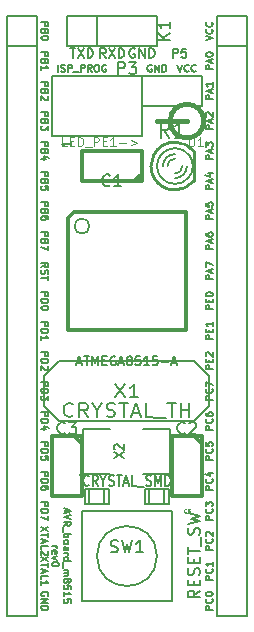
<source format=gto>
G04 (created by PCBNEW (2013-mar-13)-testing) date Wed 17 Sep 2014 03:38:06 PM PDT*
%MOIN*%
G04 Gerber Fmt 3.4, Leading zero omitted, Abs format*
%FSLAX34Y34*%
G01*
G70*
G90*
G04 APERTURE LIST*
%ADD10C,0.005906*%
%ADD11C,0.007874*%
%ADD12C,0.012000*%
%ADD13C,0.005000*%
%ADD14C,0.010000*%
%ADD15C,0.006000*%
%ADD16C,0.008000*%
%ADD17C,0.015000*%
%ADD18C,0.002400*%
%ADD19C,0.003500*%
%ADD20C,0.007500*%
G04 APERTURE END LIST*
G54D10*
X55201Y-28856D02*
X55201Y-28620D01*
X55302Y-28845D02*
X55336Y-28856D01*
X55392Y-28856D01*
X55415Y-28845D01*
X55426Y-28834D01*
X55437Y-28811D01*
X55437Y-28789D01*
X55426Y-28766D01*
X55415Y-28755D01*
X55392Y-28744D01*
X55347Y-28733D01*
X55325Y-28721D01*
X55313Y-28710D01*
X55302Y-28688D01*
X55302Y-28665D01*
X55313Y-28643D01*
X55325Y-28631D01*
X55347Y-28620D01*
X55403Y-28620D01*
X55437Y-28631D01*
X55538Y-28856D02*
X55538Y-28620D01*
X55628Y-28620D01*
X55651Y-28631D01*
X55662Y-28643D01*
X55673Y-28665D01*
X55673Y-28699D01*
X55662Y-28721D01*
X55651Y-28733D01*
X55628Y-28744D01*
X55538Y-28744D01*
X55718Y-28879D02*
X55898Y-28879D01*
X55955Y-28856D02*
X55955Y-28620D01*
X56044Y-28620D01*
X56067Y-28631D01*
X56078Y-28643D01*
X56089Y-28665D01*
X56089Y-28699D01*
X56078Y-28721D01*
X56067Y-28733D01*
X56044Y-28744D01*
X55955Y-28744D01*
X56326Y-28856D02*
X56247Y-28744D01*
X56191Y-28856D02*
X56191Y-28620D01*
X56281Y-28620D01*
X56303Y-28631D01*
X56314Y-28643D01*
X56326Y-28665D01*
X56326Y-28699D01*
X56314Y-28721D01*
X56303Y-28733D01*
X56281Y-28744D01*
X56191Y-28744D01*
X56472Y-28620D02*
X56517Y-28620D01*
X56539Y-28631D01*
X56562Y-28654D01*
X56573Y-28699D01*
X56573Y-28778D01*
X56562Y-28823D01*
X56539Y-28845D01*
X56517Y-28856D01*
X56472Y-28856D01*
X56449Y-28845D01*
X56427Y-28823D01*
X56416Y-28778D01*
X56416Y-28699D01*
X56427Y-28654D01*
X56449Y-28631D01*
X56472Y-28620D01*
X56798Y-28631D02*
X56776Y-28620D01*
X56742Y-28620D01*
X56708Y-28631D01*
X56686Y-28654D01*
X56674Y-28676D01*
X56663Y-28721D01*
X56663Y-28755D01*
X56674Y-28800D01*
X56686Y-28823D01*
X56708Y-28845D01*
X56742Y-28856D01*
X56764Y-28856D01*
X56798Y-28845D01*
X56809Y-28834D01*
X56809Y-28755D01*
X56764Y-28755D01*
X59185Y-28620D02*
X59263Y-28856D01*
X59342Y-28620D01*
X59556Y-28834D02*
X59544Y-28845D01*
X59511Y-28856D01*
X59488Y-28856D01*
X59455Y-28845D01*
X59432Y-28823D01*
X59421Y-28800D01*
X59410Y-28755D01*
X59410Y-28721D01*
X59421Y-28676D01*
X59432Y-28654D01*
X59455Y-28631D01*
X59488Y-28620D01*
X59511Y-28620D01*
X59544Y-28631D01*
X59556Y-28643D01*
X59792Y-28834D02*
X59781Y-28845D01*
X59747Y-28856D01*
X59724Y-28856D01*
X59691Y-28845D01*
X59668Y-28823D01*
X59657Y-28800D01*
X59646Y-28755D01*
X59646Y-28721D01*
X59657Y-28676D01*
X59668Y-28654D01*
X59691Y-28631D01*
X59724Y-28620D01*
X59747Y-28620D01*
X59781Y-28631D01*
X59792Y-28643D01*
X58320Y-28631D02*
X58297Y-28620D01*
X58263Y-28620D01*
X58230Y-28631D01*
X58207Y-28654D01*
X58196Y-28676D01*
X58185Y-28721D01*
X58185Y-28755D01*
X58196Y-28800D01*
X58207Y-28823D01*
X58230Y-28845D01*
X58263Y-28856D01*
X58286Y-28856D01*
X58320Y-28845D01*
X58331Y-28834D01*
X58331Y-28755D01*
X58286Y-28755D01*
X58432Y-28856D02*
X58432Y-28620D01*
X58567Y-28856D01*
X58567Y-28620D01*
X58679Y-28856D02*
X58679Y-28620D01*
X58736Y-28620D01*
X58769Y-28631D01*
X58792Y-28654D01*
X58803Y-28676D01*
X58814Y-28721D01*
X58814Y-28755D01*
X58803Y-28800D01*
X58792Y-28823D01*
X58769Y-28845D01*
X58736Y-28856D01*
X58679Y-28856D01*
X60356Y-46792D02*
X60120Y-46792D01*
X60120Y-46702D01*
X60131Y-46679D01*
X60143Y-46668D01*
X60165Y-46657D01*
X60199Y-46657D01*
X60221Y-46668D01*
X60233Y-46679D01*
X60244Y-46702D01*
X60244Y-46792D01*
X60334Y-46421D02*
X60345Y-46432D01*
X60356Y-46466D01*
X60356Y-46488D01*
X60345Y-46522D01*
X60323Y-46544D01*
X60300Y-46556D01*
X60255Y-46567D01*
X60221Y-46567D01*
X60176Y-46556D01*
X60154Y-46544D01*
X60131Y-46522D01*
X60120Y-46488D01*
X60120Y-46466D01*
X60131Y-46432D01*
X60143Y-46421D01*
X60120Y-46275D02*
X60120Y-46252D01*
X60131Y-46230D01*
X60143Y-46218D01*
X60165Y-46207D01*
X60210Y-46196D01*
X60266Y-46196D01*
X60311Y-46207D01*
X60334Y-46218D01*
X60345Y-46230D01*
X60356Y-46252D01*
X60356Y-46275D01*
X60345Y-46297D01*
X60334Y-46308D01*
X60311Y-46320D01*
X60266Y-46331D01*
X60210Y-46331D01*
X60165Y-46320D01*
X60143Y-46308D01*
X60131Y-46297D01*
X60120Y-46275D01*
X60356Y-45792D02*
X60120Y-45792D01*
X60120Y-45702D01*
X60131Y-45679D01*
X60143Y-45668D01*
X60165Y-45657D01*
X60199Y-45657D01*
X60221Y-45668D01*
X60233Y-45679D01*
X60244Y-45702D01*
X60244Y-45792D01*
X60334Y-45421D02*
X60345Y-45432D01*
X60356Y-45466D01*
X60356Y-45488D01*
X60345Y-45522D01*
X60323Y-45544D01*
X60300Y-45556D01*
X60255Y-45567D01*
X60221Y-45567D01*
X60176Y-45556D01*
X60154Y-45544D01*
X60131Y-45522D01*
X60120Y-45488D01*
X60120Y-45466D01*
X60131Y-45432D01*
X60143Y-45421D01*
X60356Y-45196D02*
X60356Y-45331D01*
X60356Y-45263D02*
X60120Y-45263D01*
X60154Y-45286D01*
X60176Y-45308D01*
X60188Y-45331D01*
X60356Y-44792D02*
X60120Y-44792D01*
X60120Y-44702D01*
X60131Y-44679D01*
X60143Y-44668D01*
X60165Y-44657D01*
X60199Y-44657D01*
X60221Y-44668D01*
X60233Y-44679D01*
X60244Y-44702D01*
X60244Y-44792D01*
X60334Y-44421D02*
X60345Y-44432D01*
X60356Y-44466D01*
X60356Y-44488D01*
X60345Y-44522D01*
X60323Y-44544D01*
X60300Y-44556D01*
X60255Y-44567D01*
X60221Y-44567D01*
X60176Y-44556D01*
X60154Y-44544D01*
X60131Y-44522D01*
X60120Y-44488D01*
X60120Y-44466D01*
X60131Y-44432D01*
X60143Y-44421D01*
X60143Y-44331D02*
X60131Y-44320D01*
X60120Y-44297D01*
X60120Y-44241D01*
X60131Y-44218D01*
X60143Y-44207D01*
X60165Y-44196D01*
X60188Y-44196D01*
X60221Y-44207D01*
X60356Y-44342D01*
X60356Y-44196D01*
X60356Y-43792D02*
X60120Y-43792D01*
X60120Y-43702D01*
X60131Y-43679D01*
X60143Y-43668D01*
X60165Y-43657D01*
X60199Y-43657D01*
X60221Y-43668D01*
X60233Y-43679D01*
X60244Y-43702D01*
X60244Y-43792D01*
X60334Y-43421D02*
X60345Y-43432D01*
X60356Y-43466D01*
X60356Y-43488D01*
X60345Y-43522D01*
X60323Y-43544D01*
X60300Y-43556D01*
X60255Y-43567D01*
X60221Y-43567D01*
X60176Y-43556D01*
X60154Y-43544D01*
X60131Y-43522D01*
X60120Y-43488D01*
X60120Y-43466D01*
X60131Y-43432D01*
X60143Y-43421D01*
X60120Y-43342D02*
X60120Y-43196D01*
X60210Y-43275D01*
X60210Y-43241D01*
X60221Y-43218D01*
X60233Y-43207D01*
X60255Y-43196D01*
X60311Y-43196D01*
X60334Y-43207D01*
X60345Y-43218D01*
X60356Y-43241D01*
X60356Y-43308D01*
X60345Y-43331D01*
X60334Y-43342D01*
X60356Y-42792D02*
X60120Y-42792D01*
X60120Y-42702D01*
X60131Y-42679D01*
X60143Y-42668D01*
X60165Y-42657D01*
X60199Y-42657D01*
X60221Y-42668D01*
X60233Y-42679D01*
X60244Y-42702D01*
X60244Y-42792D01*
X60334Y-42421D02*
X60345Y-42432D01*
X60356Y-42466D01*
X60356Y-42488D01*
X60345Y-42522D01*
X60323Y-42544D01*
X60300Y-42556D01*
X60255Y-42567D01*
X60221Y-42567D01*
X60176Y-42556D01*
X60154Y-42544D01*
X60131Y-42522D01*
X60120Y-42488D01*
X60120Y-42466D01*
X60131Y-42432D01*
X60143Y-42421D01*
X60199Y-42218D02*
X60356Y-42218D01*
X60109Y-42275D02*
X60278Y-42331D01*
X60278Y-42185D01*
X60356Y-41792D02*
X60120Y-41792D01*
X60120Y-41702D01*
X60131Y-41679D01*
X60143Y-41668D01*
X60165Y-41657D01*
X60199Y-41657D01*
X60221Y-41668D01*
X60233Y-41679D01*
X60244Y-41702D01*
X60244Y-41792D01*
X60334Y-41421D02*
X60345Y-41432D01*
X60356Y-41466D01*
X60356Y-41488D01*
X60345Y-41522D01*
X60323Y-41544D01*
X60300Y-41556D01*
X60255Y-41567D01*
X60221Y-41567D01*
X60176Y-41556D01*
X60154Y-41544D01*
X60131Y-41522D01*
X60120Y-41488D01*
X60120Y-41466D01*
X60131Y-41432D01*
X60143Y-41421D01*
X60120Y-41207D02*
X60120Y-41320D01*
X60233Y-41331D01*
X60221Y-41320D01*
X60210Y-41297D01*
X60210Y-41241D01*
X60221Y-41218D01*
X60233Y-41207D01*
X60255Y-41196D01*
X60311Y-41196D01*
X60334Y-41207D01*
X60345Y-41218D01*
X60356Y-41241D01*
X60356Y-41297D01*
X60345Y-41320D01*
X60334Y-41331D01*
X60356Y-40792D02*
X60120Y-40792D01*
X60120Y-40702D01*
X60131Y-40679D01*
X60143Y-40668D01*
X60165Y-40657D01*
X60199Y-40657D01*
X60221Y-40668D01*
X60233Y-40679D01*
X60244Y-40702D01*
X60244Y-40792D01*
X60334Y-40421D02*
X60345Y-40432D01*
X60356Y-40466D01*
X60356Y-40488D01*
X60345Y-40522D01*
X60323Y-40544D01*
X60300Y-40556D01*
X60255Y-40567D01*
X60221Y-40567D01*
X60176Y-40556D01*
X60154Y-40544D01*
X60131Y-40522D01*
X60120Y-40488D01*
X60120Y-40466D01*
X60131Y-40432D01*
X60143Y-40421D01*
X60120Y-40218D02*
X60120Y-40263D01*
X60131Y-40286D01*
X60143Y-40297D01*
X60176Y-40320D01*
X60221Y-40331D01*
X60311Y-40331D01*
X60334Y-40320D01*
X60345Y-40308D01*
X60356Y-40286D01*
X60356Y-40241D01*
X60345Y-40218D01*
X60334Y-40207D01*
X60311Y-40196D01*
X60255Y-40196D01*
X60233Y-40207D01*
X60221Y-40218D01*
X60210Y-40241D01*
X60210Y-40286D01*
X60221Y-40308D01*
X60233Y-40320D01*
X60255Y-40331D01*
X60356Y-39792D02*
X60120Y-39792D01*
X60120Y-39702D01*
X60131Y-39679D01*
X60143Y-39668D01*
X60165Y-39657D01*
X60199Y-39657D01*
X60221Y-39668D01*
X60233Y-39679D01*
X60244Y-39702D01*
X60244Y-39792D01*
X60334Y-39421D02*
X60345Y-39432D01*
X60356Y-39466D01*
X60356Y-39488D01*
X60345Y-39522D01*
X60323Y-39544D01*
X60300Y-39556D01*
X60255Y-39567D01*
X60221Y-39567D01*
X60176Y-39556D01*
X60154Y-39544D01*
X60131Y-39522D01*
X60120Y-39488D01*
X60120Y-39466D01*
X60131Y-39432D01*
X60143Y-39421D01*
X60120Y-39342D02*
X60120Y-39185D01*
X60356Y-39286D01*
X60356Y-38781D02*
X60120Y-38781D01*
X60120Y-38691D01*
X60131Y-38668D01*
X60143Y-38657D01*
X60165Y-38646D01*
X60199Y-38646D01*
X60221Y-38657D01*
X60233Y-38668D01*
X60244Y-38691D01*
X60244Y-38781D01*
X60233Y-38544D02*
X60233Y-38466D01*
X60356Y-38432D02*
X60356Y-38544D01*
X60120Y-38544D01*
X60120Y-38432D01*
X60143Y-38342D02*
X60131Y-38331D01*
X60120Y-38308D01*
X60120Y-38252D01*
X60131Y-38230D01*
X60143Y-38218D01*
X60165Y-38207D01*
X60188Y-38207D01*
X60221Y-38218D01*
X60356Y-38353D01*
X60356Y-38207D01*
X60356Y-37781D02*
X60120Y-37781D01*
X60120Y-37691D01*
X60131Y-37668D01*
X60143Y-37657D01*
X60165Y-37646D01*
X60199Y-37646D01*
X60221Y-37657D01*
X60233Y-37668D01*
X60244Y-37691D01*
X60244Y-37781D01*
X60233Y-37544D02*
X60233Y-37466D01*
X60356Y-37432D02*
X60356Y-37544D01*
X60120Y-37544D01*
X60120Y-37432D01*
X60356Y-37207D02*
X60356Y-37342D01*
X60356Y-37275D02*
X60120Y-37275D01*
X60154Y-37297D01*
X60176Y-37320D01*
X60188Y-37342D01*
X60356Y-36781D02*
X60120Y-36781D01*
X60120Y-36691D01*
X60131Y-36668D01*
X60143Y-36657D01*
X60165Y-36646D01*
X60199Y-36646D01*
X60221Y-36657D01*
X60233Y-36668D01*
X60244Y-36691D01*
X60244Y-36781D01*
X60233Y-36544D02*
X60233Y-36466D01*
X60356Y-36432D02*
X60356Y-36544D01*
X60120Y-36544D01*
X60120Y-36432D01*
X60120Y-36286D02*
X60120Y-36263D01*
X60131Y-36241D01*
X60143Y-36230D01*
X60165Y-36218D01*
X60210Y-36207D01*
X60266Y-36207D01*
X60311Y-36218D01*
X60334Y-36230D01*
X60345Y-36241D01*
X60356Y-36263D01*
X60356Y-36286D01*
X60345Y-36308D01*
X60334Y-36320D01*
X60311Y-36331D01*
X60266Y-36342D01*
X60210Y-36342D01*
X60165Y-36331D01*
X60143Y-36320D01*
X60131Y-36308D01*
X60120Y-36286D01*
X60356Y-35775D02*
X60120Y-35775D01*
X60120Y-35685D01*
X60131Y-35663D01*
X60143Y-35651D01*
X60165Y-35640D01*
X60199Y-35640D01*
X60221Y-35651D01*
X60233Y-35663D01*
X60244Y-35685D01*
X60244Y-35775D01*
X60289Y-35550D02*
X60289Y-35438D01*
X60356Y-35573D02*
X60120Y-35494D01*
X60356Y-35415D01*
X60120Y-35359D02*
X60120Y-35201D01*
X60356Y-35303D01*
X60356Y-34775D02*
X60120Y-34775D01*
X60120Y-34685D01*
X60131Y-34663D01*
X60143Y-34651D01*
X60165Y-34640D01*
X60199Y-34640D01*
X60221Y-34651D01*
X60233Y-34663D01*
X60244Y-34685D01*
X60244Y-34775D01*
X60289Y-34550D02*
X60289Y-34438D01*
X60356Y-34573D02*
X60120Y-34494D01*
X60356Y-34415D01*
X60120Y-34235D02*
X60120Y-34280D01*
X60131Y-34303D01*
X60143Y-34314D01*
X60176Y-34336D01*
X60221Y-34348D01*
X60311Y-34348D01*
X60334Y-34336D01*
X60345Y-34325D01*
X60356Y-34303D01*
X60356Y-34258D01*
X60345Y-34235D01*
X60334Y-34224D01*
X60311Y-34213D01*
X60255Y-34213D01*
X60233Y-34224D01*
X60221Y-34235D01*
X60210Y-34258D01*
X60210Y-34303D01*
X60221Y-34325D01*
X60233Y-34336D01*
X60255Y-34348D01*
X60356Y-33775D02*
X60120Y-33775D01*
X60120Y-33685D01*
X60131Y-33663D01*
X60143Y-33651D01*
X60165Y-33640D01*
X60199Y-33640D01*
X60221Y-33651D01*
X60233Y-33663D01*
X60244Y-33685D01*
X60244Y-33775D01*
X60289Y-33550D02*
X60289Y-33438D01*
X60356Y-33573D02*
X60120Y-33494D01*
X60356Y-33415D01*
X60120Y-33224D02*
X60120Y-33336D01*
X60233Y-33348D01*
X60221Y-33336D01*
X60210Y-33314D01*
X60210Y-33258D01*
X60221Y-33235D01*
X60233Y-33224D01*
X60255Y-33213D01*
X60311Y-33213D01*
X60334Y-33224D01*
X60345Y-33235D01*
X60356Y-33258D01*
X60356Y-33314D01*
X60345Y-33336D01*
X60334Y-33348D01*
X60356Y-32775D02*
X60120Y-32775D01*
X60120Y-32685D01*
X60131Y-32663D01*
X60143Y-32651D01*
X60165Y-32640D01*
X60199Y-32640D01*
X60221Y-32651D01*
X60233Y-32663D01*
X60244Y-32685D01*
X60244Y-32775D01*
X60289Y-32550D02*
X60289Y-32438D01*
X60356Y-32573D02*
X60120Y-32494D01*
X60356Y-32415D01*
X60199Y-32235D02*
X60356Y-32235D01*
X60109Y-32291D02*
X60278Y-32348D01*
X60278Y-32201D01*
X60356Y-31775D02*
X60120Y-31775D01*
X60120Y-31685D01*
X60131Y-31663D01*
X60143Y-31651D01*
X60165Y-31640D01*
X60199Y-31640D01*
X60221Y-31651D01*
X60233Y-31663D01*
X60244Y-31685D01*
X60244Y-31775D01*
X60289Y-31550D02*
X60289Y-31438D01*
X60356Y-31573D02*
X60120Y-31494D01*
X60356Y-31415D01*
X60120Y-31359D02*
X60120Y-31213D01*
X60210Y-31291D01*
X60210Y-31258D01*
X60221Y-31235D01*
X60233Y-31224D01*
X60255Y-31213D01*
X60311Y-31213D01*
X60334Y-31224D01*
X60345Y-31235D01*
X60356Y-31258D01*
X60356Y-31325D01*
X60345Y-31348D01*
X60334Y-31359D01*
X60356Y-30775D02*
X60120Y-30775D01*
X60120Y-30685D01*
X60131Y-30663D01*
X60143Y-30651D01*
X60165Y-30640D01*
X60199Y-30640D01*
X60221Y-30651D01*
X60233Y-30663D01*
X60244Y-30685D01*
X60244Y-30775D01*
X60289Y-30550D02*
X60289Y-30438D01*
X60356Y-30573D02*
X60120Y-30494D01*
X60356Y-30415D01*
X60143Y-30348D02*
X60131Y-30336D01*
X60120Y-30314D01*
X60120Y-30258D01*
X60131Y-30235D01*
X60143Y-30224D01*
X60165Y-30213D01*
X60188Y-30213D01*
X60221Y-30224D01*
X60356Y-30359D01*
X60356Y-30213D01*
X60356Y-29775D02*
X60120Y-29775D01*
X60120Y-29685D01*
X60131Y-29663D01*
X60143Y-29651D01*
X60165Y-29640D01*
X60199Y-29640D01*
X60221Y-29651D01*
X60233Y-29663D01*
X60244Y-29685D01*
X60244Y-29775D01*
X60289Y-29550D02*
X60289Y-29438D01*
X60356Y-29573D02*
X60120Y-29494D01*
X60356Y-29415D01*
X60356Y-29213D02*
X60356Y-29348D01*
X60356Y-29280D02*
X60120Y-29280D01*
X60154Y-29303D01*
X60176Y-29325D01*
X60188Y-29348D01*
X60356Y-28775D02*
X60120Y-28775D01*
X60120Y-28685D01*
X60131Y-28663D01*
X60143Y-28651D01*
X60165Y-28640D01*
X60199Y-28640D01*
X60221Y-28651D01*
X60233Y-28663D01*
X60244Y-28685D01*
X60244Y-28775D01*
X60289Y-28550D02*
X60289Y-28438D01*
X60356Y-28573D02*
X60120Y-28494D01*
X60356Y-28415D01*
X60120Y-28291D02*
X60120Y-28269D01*
X60131Y-28246D01*
X60143Y-28235D01*
X60165Y-28224D01*
X60210Y-28213D01*
X60266Y-28213D01*
X60311Y-28224D01*
X60334Y-28235D01*
X60345Y-28246D01*
X60356Y-28269D01*
X60356Y-28291D01*
X60345Y-28314D01*
X60334Y-28325D01*
X60311Y-28336D01*
X60266Y-28348D01*
X60210Y-28348D01*
X60165Y-28336D01*
X60143Y-28325D01*
X60131Y-28314D01*
X60120Y-28291D01*
X60120Y-27814D02*
X60356Y-27736D01*
X60120Y-27657D01*
X60334Y-27443D02*
X60345Y-27455D01*
X60356Y-27488D01*
X60356Y-27511D01*
X60345Y-27544D01*
X60323Y-27567D01*
X60300Y-27578D01*
X60255Y-27589D01*
X60221Y-27589D01*
X60176Y-27578D01*
X60154Y-27567D01*
X60131Y-27544D01*
X60120Y-27511D01*
X60120Y-27488D01*
X60131Y-27455D01*
X60143Y-27443D01*
X60334Y-27207D02*
X60345Y-27218D01*
X60356Y-27252D01*
X60356Y-27275D01*
X60345Y-27308D01*
X60323Y-27331D01*
X60300Y-27342D01*
X60255Y-27353D01*
X60221Y-27353D01*
X60176Y-27342D01*
X60154Y-27331D01*
X60131Y-27308D01*
X60120Y-27275D01*
X60120Y-27252D01*
X60131Y-27218D01*
X60143Y-27207D01*
X54868Y-46320D02*
X54879Y-46297D01*
X54879Y-46263D01*
X54868Y-46230D01*
X54845Y-46207D01*
X54823Y-46196D01*
X54778Y-46185D01*
X54744Y-46185D01*
X54699Y-46196D01*
X54676Y-46207D01*
X54654Y-46230D01*
X54643Y-46263D01*
X54643Y-46286D01*
X54654Y-46320D01*
X54665Y-46331D01*
X54744Y-46331D01*
X54744Y-46286D01*
X54643Y-46432D02*
X54879Y-46432D01*
X54643Y-46567D01*
X54879Y-46567D01*
X54643Y-46679D02*
X54879Y-46679D01*
X54879Y-46736D01*
X54868Y-46769D01*
X54845Y-46792D01*
X54823Y-46803D01*
X54778Y-46814D01*
X54744Y-46814D01*
X54699Y-46803D01*
X54676Y-46792D01*
X54654Y-46769D01*
X54643Y-46736D01*
X54643Y-46679D01*
X54879Y-45021D02*
X54643Y-45179D01*
X54879Y-45179D02*
X54643Y-45021D01*
X54879Y-45235D02*
X54879Y-45370D01*
X54643Y-45303D02*
X54879Y-45303D01*
X54710Y-45438D02*
X54710Y-45550D01*
X54643Y-45415D02*
X54879Y-45494D01*
X54643Y-45573D01*
X54643Y-45764D02*
X54643Y-45651D01*
X54879Y-45651D01*
X54643Y-45966D02*
X54643Y-45831D01*
X54643Y-45899D02*
X54879Y-45899D01*
X54845Y-45876D01*
X54823Y-45854D01*
X54811Y-45831D01*
X54879Y-44021D02*
X54643Y-44179D01*
X54879Y-44179D02*
X54643Y-44021D01*
X54879Y-44235D02*
X54879Y-44370D01*
X54643Y-44303D02*
X54879Y-44303D01*
X54710Y-44438D02*
X54710Y-44550D01*
X54643Y-44415D02*
X54879Y-44494D01*
X54643Y-44573D01*
X54643Y-44764D02*
X54643Y-44651D01*
X54879Y-44651D01*
X54856Y-44831D02*
X54868Y-44843D01*
X54879Y-44865D01*
X54879Y-44921D01*
X54868Y-44944D01*
X54856Y-44955D01*
X54834Y-44966D01*
X54811Y-44966D01*
X54778Y-44955D01*
X54643Y-44820D01*
X54643Y-44966D01*
X54643Y-43207D02*
X54879Y-43207D01*
X54879Y-43297D01*
X54868Y-43320D01*
X54856Y-43331D01*
X54834Y-43342D01*
X54800Y-43342D01*
X54778Y-43331D01*
X54766Y-43320D01*
X54755Y-43297D01*
X54755Y-43207D01*
X54643Y-43443D02*
X54879Y-43443D01*
X54879Y-43500D01*
X54868Y-43533D01*
X54845Y-43556D01*
X54823Y-43567D01*
X54778Y-43578D01*
X54744Y-43578D01*
X54699Y-43567D01*
X54676Y-43556D01*
X54654Y-43533D01*
X54643Y-43500D01*
X54643Y-43443D01*
X54879Y-43657D02*
X54879Y-43814D01*
X54643Y-43713D01*
X54643Y-42207D02*
X54879Y-42207D01*
X54879Y-42297D01*
X54868Y-42320D01*
X54856Y-42331D01*
X54834Y-42342D01*
X54800Y-42342D01*
X54778Y-42331D01*
X54766Y-42320D01*
X54755Y-42297D01*
X54755Y-42207D01*
X54643Y-42443D02*
X54879Y-42443D01*
X54879Y-42500D01*
X54868Y-42533D01*
X54845Y-42556D01*
X54823Y-42567D01*
X54778Y-42578D01*
X54744Y-42578D01*
X54699Y-42567D01*
X54676Y-42556D01*
X54654Y-42533D01*
X54643Y-42500D01*
X54643Y-42443D01*
X54879Y-42781D02*
X54879Y-42736D01*
X54868Y-42713D01*
X54856Y-42702D01*
X54823Y-42679D01*
X54778Y-42668D01*
X54688Y-42668D01*
X54665Y-42679D01*
X54654Y-42691D01*
X54643Y-42713D01*
X54643Y-42758D01*
X54654Y-42781D01*
X54665Y-42792D01*
X54688Y-42803D01*
X54744Y-42803D01*
X54766Y-42792D01*
X54778Y-42781D01*
X54789Y-42758D01*
X54789Y-42713D01*
X54778Y-42691D01*
X54766Y-42679D01*
X54744Y-42668D01*
X54643Y-41207D02*
X54879Y-41207D01*
X54879Y-41297D01*
X54868Y-41320D01*
X54856Y-41331D01*
X54834Y-41342D01*
X54800Y-41342D01*
X54778Y-41331D01*
X54766Y-41320D01*
X54755Y-41297D01*
X54755Y-41207D01*
X54643Y-41443D02*
X54879Y-41443D01*
X54879Y-41500D01*
X54868Y-41533D01*
X54845Y-41556D01*
X54823Y-41567D01*
X54778Y-41578D01*
X54744Y-41578D01*
X54699Y-41567D01*
X54676Y-41556D01*
X54654Y-41533D01*
X54643Y-41500D01*
X54643Y-41443D01*
X54879Y-41792D02*
X54879Y-41679D01*
X54766Y-41668D01*
X54778Y-41679D01*
X54789Y-41702D01*
X54789Y-41758D01*
X54778Y-41781D01*
X54766Y-41792D01*
X54744Y-41803D01*
X54688Y-41803D01*
X54665Y-41792D01*
X54654Y-41781D01*
X54643Y-41758D01*
X54643Y-41702D01*
X54654Y-41679D01*
X54665Y-41668D01*
X54643Y-40207D02*
X54879Y-40207D01*
X54879Y-40297D01*
X54868Y-40320D01*
X54856Y-40331D01*
X54834Y-40342D01*
X54800Y-40342D01*
X54778Y-40331D01*
X54766Y-40320D01*
X54755Y-40297D01*
X54755Y-40207D01*
X54643Y-40443D02*
X54879Y-40443D01*
X54879Y-40500D01*
X54868Y-40533D01*
X54845Y-40556D01*
X54823Y-40567D01*
X54778Y-40578D01*
X54744Y-40578D01*
X54699Y-40567D01*
X54676Y-40556D01*
X54654Y-40533D01*
X54643Y-40500D01*
X54643Y-40443D01*
X54800Y-40781D02*
X54643Y-40781D01*
X54890Y-40724D02*
X54721Y-40668D01*
X54721Y-40814D01*
X54643Y-39207D02*
X54879Y-39207D01*
X54879Y-39297D01*
X54868Y-39320D01*
X54856Y-39331D01*
X54834Y-39342D01*
X54800Y-39342D01*
X54778Y-39331D01*
X54766Y-39320D01*
X54755Y-39297D01*
X54755Y-39207D01*
X54643Y-39443D02*
X54879Y-39443D01*
X54879Y-39500D01*
X54868Y-39533D01*
X54845Y-39556D01*
X54823Y-39567D01*
X54778Y-39578D01*
X54744Y-39578D01*
X54699Y-39567D01*
X54676Y-39556D01*
X54654Y-39533D01*
X54643Y-39500D01*
X54643Y-39443D01*
X54879Y-39657D02*
X54879Y-39803D01*
X54789Y-39724D01*
X54789Y-39758D01*
X54778Y-39781D01*
X54766Y-39792D01*
X54744Y-39803D01*
X54688Y-39803D01*
X54665Y-39792D01*
X54654Y-39781D01*
X54643Y-39758D01*
X54643Y-39691D01*
X54654Y-39668D01*
X54665Y-39657D01*
X54643Y-38207D02*
X54879Y-38207D01*
X54879Y-38297D01*
X54868Y-38320D01*
X54856Y-38331D01*
X54834Y-38342D01*
X54800Y-38342D01*
X54778Y-38331D01*
X54766Y-38320D01*
X54755Y-38297D01*
X54755Y-38207D01*
X54643Y-38443D02*
X54879Y-38443D01*
X54879Y-38500D01*
X54868Y-38533D01*
X54845Y-38556D01*
X54823Y-38567D01*
X54778Y-38578D01*
X54744Y-38578D01*
X54699Y-38567D01*
X54676Y-38556D01*
X54654Y-38533D01*
X54643Y-38500D01*
X54643Y-38443D01*
X54856Y-38668D02*
X54868Y-38679D01*
X54879Y-38702D01*
X54879Y-38758D01*
X54868Y-38781D01*
X54856Y-38792D01*
X54834Y-38803D01*
X54811Y-38803D01*
X54778Y-38792D01*
X54643Y-38657D01*
X54643Y-38803D01*
X54643Y-37207D02*
X54879Y-37207D01*
X54879Y-37297D01*
X54868Y-37320D01*
X54856Y-37331D01*
X54834Y-37342D01*
X54800Y-37342D01*
X54778Y-37331D01*
X54766Y-37320D01*
X54755Y-37297D01*
X54755Y-37207D01*
X54643Y-37443D02*
X54879Y-37443D01*
X54879Y-37500D01*
X54868Y-37533D01*
X54845Y-37556D01*
X54823Y-37567D01*
X54778Y-37578D01*
X54744Y-37578D01*
X54699Y-37567D01*
X54676Y-37556D01*
X54654Y-37533D01*
X54643Y-37500D01*
X54643Y-37443D01*
X54643Y-37803D02*
X54643Y-37668D01*
X54643Y-37736D02*
X54879Y-37736D01*
X54845Y-37713D01*
X54823Y-37691D01*
X54811Y-37668D01*
X54643Y-36207D02*
X54879Y-36207D01*
X54879Y-36297D01*
X54868Y-36320D01*
X54856Y-36331D01*
X54834Y-36342D01*
X54800Y-36342D01*
X54778Y-36331D01*
X54766Y-36320D01*
X54755Y-36297D01*
X54755Y-36207D01*
X54643Y-36443D02*
X54879Y-36443D01*
X54879Y-36500D01*
X54868Y-36533D01*
X54845Y-36556D01*
X54823Y-36567D01*
X54778Y-36578D01*
X54744Y-36578D01*
X54699Y-36567D01*
X54676Y-36556D01*
X54654Y-36533D01*
X54643Y-36500D01*
X54643Y-36443D01*
X54879Y-36724D02*
X54879Y-36747D01*
X54868Y-36769D01*
X54856Y-36781D01*
X54834Y-36792D01*
X54789Y-36803D01*
X54733Y-36803D01*
X54688Y-36792D01*
X54665Y-36781D01*
X54654Y-36769D01*
X54643Y-36747D01*
X54643Y-36724D01*
X54654Y-36702D01*
X54665Y-36691D01*
X54688Y-36679D01*
X54733Y-36668D01*
X54789Y-36668D01*
X54834Y-36679D01*
X54856Y-36691D01*
X54868Y-36702D01*
X54879Y-36724D01*
X54643Y-35370D02*
X54755Y-35291D01*
X54643Y-35235D02*
X54879Y-35235D01*
X54879Y-35325D01*
X54868Y-35348D01*
X54856Y-35359D01*
X54834Y-35370D01*
X54800Y-35370D01*
X54778Y-35359D01*
X54766Y-35348D01*
X54755Y-35325D01*
X54755Y-35235D01*
X54654Y-35460D02*
X54643Y-35494D01*
X54643Y-35550D01*
X54654Y-35573D01*
X54665Y-35584D01*
X54688Y-35595D01*
X54710Y-35595D01*
X54733Y-35584D01*
X54744Y-35573D01*
X54755Y-35550D01*
X54766Y-35505D01*
X54778Y-35483D01*
X54789Y-35471D01*
X54811Y-35460D01*
X54834Y-35460D01*
X54856Y-35471D01*
X54868Y-35483D01*
X54879Y-35505D01*
X54879Y-35561D01*
X54868Y-35595D01*
X54879Y-35663D02*
X54879Y-35798D01*
X54643Y-35730D02*
X54879Y-35730D01*
X54643Y-34207D02*
X54879Y-34207D01*
X54879Y-34297D01*
X54868Y-34320D01*
X54856Y-34331D01*
X54834Y-34342D01*
X54800Y-34342D01*
X54778Y-34331D01*
X54766Y-34320D01*
X54755Y-34297D01*
X54755Y-34207D01*
X54766Y-34522D02*
X54755Y-34556D01*
X54744Y-34567D01*
X54721Y-34578D01*
X54688Y-34578D01*
X54665Y-34567D01*
X54654Y-34556D01*
X54643Y-34533D01*
X54643Y-34443D01*
X54879Y-34443D01*
X54879Y-34522D01*
X54868Y-34544D01*
X54856Y-34556D01*
X54834Y-34567D01*
X54811Y-34567D01*
X54789Y-34556D01*
X54778Y-34544D01*
X54766Y-34522D01*
X54766Y-34443D01*
X54879Y-34657D02*
X54879Y-34814D01*
X54643Y-34713D01*
X54643Y-33207D02*
X54879Y-33207D01*
X54879Y-33297D01*
X54868Y-33320D01*
X54856Y-33331D01*
X54834Y-33342D01*
X54800Y-33342D01*
X54778Y-33331D01*
X54766Y-33320D01*
X54755Y-33297D01*
X54755Y-33207D01*
X54766Y-33522D02*
X54755Y-33556D01*
X54744Y-33567D01*
X54721Y-33578D01*
X54688Y-33578D01*
X54665Y-33567D01*
X54654Y-33556D01*
X54643Y-33533D01*
X54643Y-33443D01*
X54879Y-33443D01*
X54879Y-33522D01*
X54868Y-33544D01*
X54856Y-33556D01*
X54834Y-33567D01*
X54811Y-33567D01*
X54789Y-33556D01*
X54778Y-33544D01*
X54766Y-33522D01*
X54766Y-33443D01*
X54879Y-33781D02*
X54879Y-33736D01*
X54868Y-33713D01*
X54856Y-33702D01*
X54823Y-33679D01*
X54778Y-33668D01*
X54688Y-33668D01*
X54665Y-33679D01*
X54654Y-33691D01*
X54643Y-33713D01*
X54643Y-33758D01*
X54654Y-33781D01*
X54665Y-33792D01*
X54688Y-33803D01*
X54744Y-33803D01*
X54766Y-33792D01*
X54778Y-33781D01*
X54789Y-33758D01*
X54789Y-33713D01*
X54778Y-33691D01*
X54766Y-33679D01*
X54744Y-33668D01*
X54643Y-32207D02*
X54879Y-32207D01*
X54879Y-32297D01*
X54868Y-32320D01*
X54856Y-32331D01*
X54834Y-32342D01*
X54800Y-32342D01*
X54778Y-32331D01*
X54766Y-32320D01*
X54755Y-32297D01*
X54755Y-32207D01*
X54766Y-32522D02*
X54755Y-32556D01*
X54744Y-32567D01*
X54721Y-32578D01*
X54688Y-32578D01*
X54665Y-32567D01*
X54654Y-32556D01*
X54643Y-32533D01*
X54643Y-32443D01*
X54879Y-32443D01*
X54879Y-32522D01*
X54868Y-32544D01*
X54856Y-32556D01*
X54834Y-32567D01*
X54811Y-32567D01*
X54789Y-32556D01*
X54778Y-32544D01*
X54766Y-32522D01*
X54766Y-32443D01*
X54879Y-32792D02*
X54879Y-32679D01*
X54766Y-32668D01*
X54778Y-32679D01*
X54789Y-32702D01*
X54789Y-32758D01*
X54778Y-32781D01*
X54766Y-32792D01*
X54744Y-32803D01*
X54688Y-32803D01*
X54665Y-32792D01*
X54654Y-32781D01*
X54643Y-32758D01*
X54643Y-32702D01*
X54654Y-32679D01*
X54665Y-32668D01*
X54643Y-31207D02*
X54879Y-31207D01*
X54879Y-31297D01*
X54868Y-31320D01*
X54856Y-31331D01*
X54834Y-31342D01*
X54800Y-31342D01*
X54778Y-31331D01*
X54766Y-31320D01*
X54755Y-31297D01*
X54755Y-31207D01*
X54766Y-31522D02*
X54755Y-31556D01*
X54744Y-31567D01*
X54721Y-31578D01*
X54688Y-31578D01*
X54665Y-31567D01*
X54654Y-31556D01*
X54643Y-31533D01*
X54643Y-31443D01*
X54879Y-31443D01*
X54879Y-31522D01*
X54868Y-31544D01*
X54856Y-31556D01*
X54834Y-31567D01*
X54811Y-31567D01*
X54789Y-31556D01*
X54778Y-31544D01*
X54766Y-31522D01*
X54766Y-31443D01*
X54800Y-31781D02*
X54643Y-31781D01*
X54890Y-31724D02*
X54721Y-31668D01*
X54721Y-31814D01*
X54643Y-30207D02*
X54879Y-30207D01*
X54879Y-30297D01*
X54868Y-30320D01*
X54856Y-30331D01*
X54834Y-30342D01*
X54800Y-30342D01*
X54778Y-30331D01*
X54766Y-30320D01*
X54755Y-30297D01*
X54755Y-30207D01*
X54766Y-30522D02*
X54755Y-30556D01*
X54744Y-30567D01*
X54721Y-30578D01*
X54688Y-30578D01*
X54665Y-30567D01*
X54654Y-30556D01*
X54643Y-30533D01*
X54643Y-30443D01*
X54879Y-30443D01*
X54879Y-30522D01*
X54868Y-30544D01*
X54856Y-30556D01*
X54834Y-30567D01*
X54811Y-30567D01*
X54789Y-30556D01*
X54778Y-30544D01*
X54766Y-30522D01*
X54766Y-30443D01*
X54879Y-30657D02*
X54879Y-30803D01*
X54789Y-30724D01*
X54789Y-30758D01*
X54778Y-30781D01*
X54766Y-30792D01*
X54744Y-30803D01*
X54688Y-30803D01*
X54665Y-30792D01*
X54654Y-30781D01*
X54643Y-30758D01*
X54643Y-30691D01*
X54654Y-30668D01*
X54665Y-30657D01*
X54643Y-29207D02*
X54879Y-29207D01*
X54879Y-29297D01*
X54868Y-29320D01*
X54856Y-29331D01*
X54834Y-29342D01*
X54800Y-29342D01*
X54778Y-29331D01*
X54766Y-29320D01*
X54755Y-29297D01*
X54755Y-29207D01*
X54766Y-29522D02*
X54755Y-29556D01*
X54744Y-29567D01*
X54721Y-29578D01*
X54688Y-29578D01*
X54665Y-29567D01*
X54654Y-29556D01*
X54643Y-29533D01*
X54643Y-29443D01*
X54879Y-29443D01*
X54879Y-29522D01*
X54868Y-29544D01*
X54856Y-29556D01*
X54834Y-29567D01*
X54811Y-29567D01*
X54789Y-29556D01*
X54778Y-29544D01*
X54766Y-29522D01*
X54766Y-29443D01*
X54856Y-29668D02*
X54868Y-29679D01*
X54879Y-29702D01*
X54879Y-29758D01*
X54868Y-29781D01*
X54856Y-29792D01*
X54834Y-29803D01*
X54811Y-29803D01*
X54778Y-29792D01*
X54643Y-29657D01*
X54643Y-29803D01*
X54643Y-28207D02*
X54879Y-28207D01*
X54879Y-28297D01*
X54868Y-28320D01*
X54856Y-28331D01*
X54834Y-28342D01*
X54800Y-28342D01*
X54778Y-28331D01*
X54766Y-28320D01*
X54755Y-28297D01*
X54755Y-28207D01*
X54766Y-28522D02*
X54755Y-28556D01*
X54744Y-28567D01*
X54721Y-28578D01*
X54688Y-28578D01*
X54665Y-28567D01*
X54654Y-28556D01*
X54643Y-28533D01*
X54643Y-28443D01*
X54879Y-28443D01*
X54879Y-28522D01*
X54868Y-28544D01*
X54856Y-28556D01*
X54834Y-28567D01*
X54811Y-28567D01*
X54789Y-28556D01*
X54778Y-28544D01*
X54766Y-28522D01*
X54766Y-28443D01*
X54643Y-28803D02*
X54643Y-28668D01*
X54643Y-28736D02*
X54879Y-28736D01*
X54845Y-28713D01*
X54823Y-28691D01*
X54811Y-28668D01*
X54643Y-27207D02*
X54879Y-27207D01*
X54879Y-27297D01*
X54868Y-27320D01*
X54856Y-27331D01*
X54834Y-27342D01*
X54800Y-27342D01*
X54778Y-27331D01*
X54766Y-27320D01*
X54755Y-27297D01*
X54755Y-27207D01*
X54766Y-27522D02*
X54755Y-27556D01*
X54744Y-27567D01*
X54721Y-27578D01*
X54688Y-27578D01*
X54665Y-27567D01*
X54654Y-27556D01*
X54643Y-27533D01*
X54643Y-27443D01*
X54879Y-27443D01*
X54879Y-27522D01*
X54868Y-27544D01*
X54856Y-27556D01*
X54834Y-27567D01*
X54811Y-27567D01*
X54789Y-27556D01*
X54778Y-27544D01*
X54766Y-27522D01*
X54766Y-27443D01*
X54879Y-27724D02*
X54879Y-27747D01*
X54868Y-27769D01*
X54856Y-27781D01*
X54834Y-27792D01*
X54789Y-27803D01*
X54733Y-27803D01*
X54688Y-27792D01*
X54665Y-27781D01*
X54654Y-27769D01*
X54643Y-27747D01*
X54643Y-27724D01*
X54654Y-27702D01*
X54665Y-27691D01*
X54688Y-27679D01*
X54733Y-27668D01*
X54789Y-27668D01*
X54834Y-27679D01*
X54856Y-27691D01*
X54868Y-27702D01*
X54879Y-27724D01*
X55460Y-43436D02*
X55460Y-43548D01*
X55393Y-43413D02*
X55629Y-43492D01*
X55393Y-43571D01*
X55629Y-43616D02*
X55393Y-43695D01*
X55629Y-43773D01*
X55393Y-43987D02*
X55505Y-43908D01*
X55393Y-43852D02*
X55629Y-43852D01*
X55629Y-43942D01*
X55618Y-43965D01*
X55606Y-43976D01*
X55584Y-43987D01*
X55550Y-43987D01*
X55528Y-43976D01*
X55516Y-43965D01*
X55505Y-43942D01*
X55505Y-43852D01*
X55370Y-44032D02*
X55370Y-44212D01*
X55393Y-44268D02*
X55629Y-44268D01*
X55539Y-44268D02*
X55550Y-44291D01*
X55550Y-44336D01*
X55539Y-44358D01*
X55528Y-44370D01*
X55505Y-44381D01*
X55438Y-44381D01*
X55415Y-44370D01*
X55404Y-44358D01*
X55393Y-44336D01*
X55393Y-44291D01*
X55404Y-44268D01*
X55393Y-44516D02*
X55404Y-44493D01*
X55415Y-44482D01*
X55438Y-44471D01*
X55505Y-44471D01*
X55528Y-44482D01*
X55539Y-44493D01*
X55550Y-44516D01*
X55550Y-44550D01*
X55539Y-44572D01*
X55528Y-44583D01*
X55505Y-44595D01*
X55438Y-44595D01*
X55415Y-44583D01*
X55404Y-44572D01*
X55393Y-44550D01*
X55393Y-44516D01*
X55393Y-44797D02*
X55516Y-44797D01*
X55539Y-44786D01*
X55550Y-44763D01*
X55550Y-44718D01*
X55539Y-44696D01*
X55404Y-44797D02*
X55393Y-44775D01*
X55393Y-44718D01*
X55404Y-44696D01*
X55426Y-44685D01*
X55449Y-44685D01*
X55471Y-44696D01*
X55483Y-44718D01*
X55483Y-44775D01*
X55494Y-44797D01*
X55393Y-44910D02*
X55550Y-44910D01*
X55505Y-44910D02*
X55528Y-44921D01*
X55539Y-44932D01*
X55550Y-44955D01*
X55550Y-44977D01*
X55393Y-45157D02*
X55629Y-45157D01*
X55404Y-45157D02*
X55393Y-45134D01*
X55393Y-45089D01*
X55404Y-45067D01*
X55415Y-45056D01*
X55438Y-45044D01*
X55505Y-45044D01*
X55528Y-45056D01*
X55539Y-45067D01*
X55550Y-45089D01*
X55550Y-45134D01*
X55539Y-45157D01*
X55370Y-45213D02*
X55370Y-45393D01*
X55393Y-45449D02*
X55550Y-45449D01*
X55528Y-45449D02*
X55539Y-45461D01*
X55550Y-45483D01*
X55550Y-45517D01*
X55539Y-45539D01*
X55516Y-45551D01*
X55393Y-45551D01*
X55516Y-45551D02*
X55539Y-45562D01*
X55550Y-45584D01*
X55550Y-45618D01*
X55539Y-45641D01*
X55516Y-45652D01*
X55393Y-45652D01*
X55528Y-45798D02*
X55539Y-45776D01*
X55550Y-45764D01*
X55573Y-45753D01*
X55584Y-45753D01*
X55606Y-45764D01*
X55618Y-45776D01*
X55629Y-45798D01*
X55629Y-45843D01*
X55618Y-45866D01*
X55606Y-45877D01*
X55584Y-45888D01*
X55573Y-45888D01*
X55550Y-45877D01*
X55539Y-45866D01*
X55528Y-45843D01*
X55528Y-45798D01*
X55516Y-45776D01*
X55505Y-45764D01*
X55483Y-45753D01*
X55438Y-45753D01*
X55415Y-45764D01*
X55404Y-45776D01*
X55393Y-45798D01*
X55393Y-45843D01*
X55404Y-45866D01*
X55415Y-45877D01*
X55438Y-45888D01*
X55483Y-45888D01*
X55505Y-45877D01*
X55516Y-45866D01*
X55528Y-45843D01*
X55629Y-46102D02*
X55629Y-45989D01*
X55516Y-45978D01*
X55528Y-45989D01*
X55539Y-46012D01*
X55539Y-46068D01*
X55528Y-46091D01*
X55516Y-46102D01*
X55494Y-46113D01*
X55438Y-46113D01*
X55415Y-46102D01*
X55404Y-46091D01*
X55393Y-46068D01*
X55393Y-46012D01*
X55404Y-45989D01*
X55415Y-45978D01*
X55393Y-46338D02*
X55393Y-46203D01*
X55393Y-46271D02*
X55629Y-46271D01*
X55595Y-46248D01*
X55573Y-46226D01*
X55561Y-46203D01*
X55629Y-46552D02*
X55629Y-46439D01*
X55516Y-46428D01*
X55528Y-46439D01*
X55539Y-46462D01*
X55539Y-46518D01*
X55528Y-46541D01*
X55516Y-46552D01*
X55494Y-46563D01*
X55438Y-46563D01*
X55415Y-46552D01*
X55404Y-46541D01*
X55393Y-46518D01*
X55393Y-46462D01*
X55404Y-46439D01*
X55415Y-46428D01*
X55003Y-44679D02*
X55160Y-44679D01*
X55115Y-44679D02*
X55138Y-44690D01*
X55149Y-44701D01*
X55160Y-44724D01*
X55160Y-44746D01*
X55014Y-44915D02*
X55003Y-44893D01*
X55003Y-44848D01*
X55014Y-44825D01*
X55037Y-44814D01*
X55127Y-44814D01*
X55149Y-44825D01*
X55160Y-44848D01*
X55160Y-44893D01*
X55149Y-44915D01*
X55127Y-44926D01*
X55104Y-44926D01*
X55082Y-44814D01*
X55160Y-45005D02*
X55003Y-45061D01*
X55160Y-45118D01*
X55239Y-45253D02*
X55239Y-45275D01*
X55228Y-45298D01*
X55217Y-45309D01*
X55194Y-45320D01*
X55149Y-45331D01*
X55093Y-45331D01*
X55048Y-45320D01*
X55025Y-45309D01*
X55014Y-45298D01*
X55003Y-45275D01*
X55003Y-45253D01*
X55014Y-45230D01*
X55025Y-45219D01*
X55048Y-45208D01*
X55093Y-45196D01*
X55149Y-45196D01*
X55194Y-45208D01*
X55217Y-45219D01*
X55228Y-45230D01*
X55239Y-45253D01*
G54D11*
X57760Y-28092D02*
X57730Y-28077D01*
X57685Y-28077D01*
X57640Y-28092D01*
X57610Y-28122D01*
X57595Y-28152D01*
X57580Y-28212D01*
X57580Y-28257D01*
X57595Y-28317D01*
X57610Y-28347D01*
X57640Y-28377D01*
X57685Y-28392D01*
X57715Y-28392D01*
X57760Y-28377D01*
X57775Y-28362D01*
X57775Y-28257D01*
X57715Y-28257D01*
X57910Y-28392D02*
X57910Y-28077D01*
X58089Y-28392D01*
X58089Y-28077D01*
X58239Y-28392D02*
X58239Y-28077D01*
X58314Y-28077D01*
X58359Y-28092D01*
X58389Y-28122D01*
X58404Y-28152D01*
X58419Y-28212D01*
X58419Y-28257D01*
X58404Y-28317D01*
X58389Y-28347D01*
X58359Y-28377D01*
X58314Y-28392D01*
X58239Y-28392D01*
X55602Y-28077D02*
X55782Y-28077D01*
X55692Y-28392D02*
X55692Y-28077D01*
X55857Y-28077D02*
X56067Y-28392D01*
X56067Y-28077D02*
X55857Y-28392D01*
X56187Y-28392D02*
X56187Y-28077D01*
X56262Y-28077D01*
X56307Y-28092D01*
X56337Y-28122D01*
X56352Y-28152D01*
X56367Y-28212D01*
X56367Y-28257D01*
X56352Y-28317D01*
X56337Y-28347D01*
X56307Y-28377D01*
X56262Y-28392D01*
X56187Y-28392D01*
X56790Y-28392D02*
X56685Y-28242D01*
X56610Y-28392D02*
X56610Y-28077D01*
X56730Y-28077D01*
X56760Y-28092D01*
X56775Y-28107D01*
X56790Y-28137D01*
X56790Y-28182D01*
X56775Y-28212D01*
X56760Y-28227D01*
X56730Y-28242D01*
X56610Y-28242D01*
X56895Y-28077D02*
X57104Y-28392D01*
X57104Y-28077D02*
X56895Y-28392D01*
X57224Y-28392D02*
X57224Y-28077D01*
X57299Y-28077D01*
X57344Y-28092D01*
X57374Y-28122D01*
X57389Y-28152D01*
X57404Y-28212D01*
X57404Y-28257D01*
X57389Y-28317D01*
X57374Y-28347D01*
X57344Y-28377D01*
X57299Y-28392D01*
X57224Y-28392D01*
X55642Y-31160D02*
X55642Y-31339D01*
X55642Y-31250D02*
X55327Y-31250D01*
X55372Y-31279D01*
X55402Y-31309D01*
X55417Y-31339D01*
G54D12*
X57980Y-32500D02*
X56000Y-32500D01*
X56000Y-32500D02*
X56000Y-31500D01*
X56000Y-31500D02*
X58000Y-31500D01*
X58000Y-31500D02*
X58000Y-32500D01*
X58000Y-32250D02*
X57750Y-32500D01*
X60000Y-41020D02*
X60000Y-43000D01*
X60000Y-43000D02*
X59000Y-43000D01*
X59000Y-43000D02*
X59000Y-41000D01*
X59000Y-41000D02*
X60000Y-41000D01*
X59750Y-41000D02*
X60000Y-41250D01*
X56000Y-41020D02*
X56000Y-43000D01*
X56000Y-43000D02*
X55000Y-43000D01*
X55000Y-43000D02*
X55000Y-41000D01*
X55000Y-41000D02*
X56000Y-41000D01*
X55750Y-41000D02*
X56000Y-41250D01*
G54D13*
X56750Y-42750D02*
X56750Y-43250D01*
X56250Y-42750D02*
X56250Y-43240D01*
X56100Y-42750D02*
X56900Y-42750D01*
X56900Y-42750D02*
X56900Y-43250D01*
X56900Y-43250D02*
X56100Y-43250D01*
X56100Y-43250D02*
X56100Y-42750D01*
X58250Y-43250D02*
X58250Y-42750D01*
X58750Y-43250D02*
X58750Y-42760D01*
X58900Y-43250D02*
X58100Y-43250D01*
X58100Y-43250D02*
X58100Y-42750D01*
X58100Y-42750D02*
X58900Y-42750D01*
X58900Y-42750D02*
X58900Y-43250D01*
G54D14*
X59720Y-32500D02*
X59720Y-31500D01*
G54D15*
X58639Y-31615D02*
G75*
G03X58500Y-32000I460J-384D01*
G74*
G01*
X58500Y-32000D02*
G75*
G03X58652Y-32398I599J0D01*
G74*
G01*
X59699Y-31999D02*
G75*
G03X59555Y-31610I-599J0D01*
G74*
G01*
X59560Y-32384D02*
G75*
G03X59700Y-32000I-460J384D01*
G74*
G01*
X59587Y-31650D02*
G75*
G03X59100Y-31400I-487J-349D01*
G74*
G01*
X59099Y-31400D02*
G75*
G03X58620Y-31640I0J-600D01*
G74*
G01*
X59100Y-32599D02*
G75*
G03X59573Y-32368I0J599D01*
G74*
G01*
X58626Y-32368D02*
G75*
G03X59100Y-32600I473J368D01*
G74*
G01*
X59100Y-31750D02*
G75*
G03X58850Y-32000I0J-250D01*
G74*
G01*
X59100Y-31600D02*
G75*
G03X58700Y-32000I0J-400D01*
G74*
G01*
X59100Y-32250D02*
G75*
G03X59350Y-32000I0J250D01*
G74*
G01*
X59100Y-32400D02*
G75*
G03X59500Y-32000I0J400D01*
G74*
G01*
G54D14*
X59713Y-31486D02*
G75*
G03X59100Y-31200I-613J-513D01*
G74*
G01*
X59099Y-31201D02*
G75*
G03X58395Y-31624I0J-799D01*
G74*
G01*
X59101Y-32798D02*
G75*
G03X59710Y-32516I-1J798D01*
G74*
G01*
X58405Y-32397D02*
G75*
G03X59100Y-32800I694J397D01*
G74*
G01*
X58395Y-31620D02*
G75*
G03X58300Y-32000I704J-379D01*
G74*
G01*
X58300Y-32000D02*
G75*
G03X58419Y-32419I799J0D01*
G74*
G01*
G54D12*
X59470Y-33530D02*
X59470Y-37470D01*
X59470Y-37470D02*
X55530Y-37470D01*
X55530Y-33720D02*
X55530Y-37470D01*
X55720Y-33530D02*
X59470Y-33530D01*
X55530Y-33720D02*
X55720Y-33530D01*
G54D16*
X56250Y-34000D02*
G75*
G03X56250Y-34000I-250J0D01*
G74*
G01*
G54D15*
X55500Y-28000D02*
X55500Y-27000D01*
X55500Y-27000D02*
X58500Y-27000D01*
X58500Y-27000D02*
X58500Y-28000D01*
X58500Y-28000D02*
X55500Y-28000D01*
X56500Y-27000D02*
X56500Y-28000D01*
G54D10*
X54500Y-28000D02*
X53500Y-28000D01*
X54500Y-27000D02*
X54500Y-47000D01*
X54500Y-47000D02*
X53500Y-47000D01*
X53500Y-47000D02*
X53500Y-27000D01*
X53500Y-27000D02*
X54500Y-27000D01*
G54D16*
X58000Y-31000D02*
X55000Y-31000D01*
X55000Y-29000D02*
X58000Y-29000D01*
X58000Y-29000D02*
X58000Y-31000D01*
X55000Y-31000D02*
X55000Y-29000D01*
G54D10*
X61500Y-28000D02*
X60500Y-28000D01*
X61500Y-27000D02*
X61500Y-47000D01*
X61500Y-47000D02*
X60500Y-47000D01*
X60500Y-47000D02*
X60500Y-27000D01*
X60500Y-27000D02*
X61500Y-27000D01*
G54D17*
X59500Y-30500D02*
X58500Y-30500D01*
X60059Y-30500D02*
G75*
G03X60059Y-30500I-559J0D01*
G74*
G01*
G54D13*
X58500Y-45000D02*
G75*
G03X58500Y-45000I-1000J0D01*
G74*
G01*
X56000Y-43500D02*
X59000Y-43500D01*
X59000Y-43500D02*
X59000Y-46500D01*
X59000Y-46500D02*
X56000Y-46500D01*
X56000Y-43500D02*
X56000Y-46500D01*
G54D15*
X54750Y-39000D02*
X55250Y-38500D01*
X59750Y-38500D02*
X60250Y-39000D01*
X60250Y-40000D02*
X59750Y-40500D01*
X54750Y-40000D02*
X55250Y-40500D01*
X55250Y-38500D02*
X59750Y-38500D01*
X54750Y-39000D02*
X54750Y-40000D01*
X55250Y-40500D02*
X59750Y-40500D01*
X60250Y-40000D02*
X60250Y-39000D01*
G54D13*
X56070Y-42300D02*
G75*
G03X56070Y-42300I-70J0D01*
G74*
G01*
X58050Y-42250D02*
X58950Y-42250D01*
X58950Y-42250D02*
X58950Y-40750D01*
X58950Y-40750D02*
X58050Y-40750D01*
X56950Y-40750D02*
X56050Y-40750D01*
X56050Y-40750D02*
X56050Y-42250D01*
X56050Y-42250D02*
X56950Y-42250D01*
G54D15*
X60000Y-29000D02*
X60000Y-30000D01*
X60000Y-30000D02*
X58000Y-30000D01*
X58000Y-30000D02*
X58000Y-29000D01*
X58000Y-29000D02*
X60000Y-29000D01*
G54D16*
X56933Y-32642D02*
X56914Y-32661D01*
X56857Y-32680D01*
X56819Y-32680D01*
X56761Y-32661D01*
X56723Y-32623D01*
X56704Y-32585D01*
X56685Y-32509D01*
X56685Y-32452D01*
X56704Y-32376D01*
X56723Y-32338D01*
X56761Y-32300D01*
X56819Y-32280D01*
X56857Y-32280D01*
X56914Y-32300D01*
X56933Y-32319D01*
X57314Y-32680D02*
X57085Y-32680D01*
X57200Y-32680D02*
X57200Y-32280D01*
X57161Y-32338D01*
X57123Y-32376D01*
X57085Y-32395D01*
X59433Y-40892D02*
X59414Y-40911D01*
X59357Y-40930D01*
X59319Y-40930D01*
X59261Y-40911D01*
X59223Y-40873D01*
X59204Y-40835D01*
X59185Y-40759D01*
X59185Y-40702D01*
X59204Y-40626D01*
X59223Y-40588D01*
X59261Y-40550D01*
X59319Y-40530D01*
X59357Y-40530D01*
X59414Y-40550D01*
X59433Y-40569D01*
X59585Y-40569D02*
X59604Y-40550D01*
X59642Y-40530D01*
X59738Y-40530D01*
X59776Y-40550D01*
X59795Y-40569D01*
X59814Y-40607D01*
X59814Y-40645D01*
X59795Y-40702D01*
X59566Y-40930D01*
X59814Y-40930D01*
X55433Y-40892D02*
X55414Y-40911D01*
X55357Y-40930D01*
X55319Y-40930D01*
X55261Y-40911D01*
X55223Y-40873D01*
X55204Y-40835D01*
X55185Y-40759D01*
X55185Y-40702D01*
X55204Y-40626D01*
X55223Y-40588D01*
X55261Y-40550D01*
X55319Y-40530D01*
X55357Y-40530D01*
X55414Y-40550D01*
X55433Y-40569D01*
X55566Y-40530D02*
X55814Y-40530D01*
X55680Y-40683D01*
X55738Y-40683D01*
X55776Y-40702D01*
X55795Y-40721D01*
X55814Y-40759D01*
X55814Y-40854D01*
X55795Y-40892D01*
X55776Y-40911D01*
X55738Y-40930D01*
X55623Y-40930D01*
X55585Y-40911D01*
X55566Y-40892D01*
G54D18*
X55480Y-43542D02*
X55474Y-43547D01*
X55457Y-43553D01*
X55446Y-43553D01*
X55429Y-43547D01*
X55418Y-43536D01*
X55412Y-43525D01*
X55407Y-43502D01*
X55407Y-43485D01*
X55412Y-43463D01*
X55418Y-43452D01*
X55429Y-43441D01*
X55446Y-43435D01*
X55457Y-43435D01*
X55474Y-43441D01*
X55480Y-43446D01*
X55581Y-43474D02*
X55581Y-43553D01*
X55553Y-43429D02*
X55525Y-43514D01*
X55598Y-43514D01*
X59480Y-43542D02*
X59474Y-43547D01*
X59457Y-43553D01*
X59446Y-43553D01*
X59429Y-43547D01*
X59418Y-43536D01*
X59412Y-43525D01*
X59407Y-43502D01*
X59407Y-43485D01*
X59412Y-43463D01*
X59418Y-43452D01*
X59429Y-43441D01*
X59446Y-43435D01*
X59457Y-43435D01*
X59474Y-43441D01*
X59480Y-43446D01*
X59587Y-43435D02*
X59530Y-43435D01*
X59525Y-43491D01*
X59530Y-43485D01*
X59542Y-43480D01*
X59570Y-43480D01*
X59581Y-43485D01*
X59587Y-43491D01*
X59592Y-43502D01*
X59592Y-43530D01*
X59587Y-43542D01*
X59581Y-43547D01*
X59570Y-43553D01*
X59542Y-43553D01*
X59530Y-43547D01*
X59525Y-43542D01*
G54D19*
X59578Y-31335D02*
X59578Y-31035D01*
X59650Y-31035D01*
X59692Y-31050D01*
X59721Y-31078D01*
X59735Y-31107D01*
X59750Y-31164D01*
X59750Y-31207D01*
X59735Y-31264D01*
X59721Y-31292D01*
X59692Y-31321D01*
X59650Y-31335D01*
X59578Y-31335D01*
X60035Y-31335D02*
X59864Y-31335D01*
X59950Y-31335D02*
X59950Y-31035D01*
X59921Y-31078D01*
X59892Y-31107D01*
X59864Y-31121D01*
X55492Y-31335D02*
X55350Y-31335D01*
X55350Y-31035D01*
X55592Y-31178D02*
X55692Y-31178D01*
X55735Y-31335D02*
X55592Y-31335D01*
X55592Y-31035D01*
X55735Y-31035D01*
X55864Y-31335D02*
X55864Y-31035D01*
X55935Y-31035D01*
X55978Y-31050D01*
X56007Y-31078D01*
X56021Y-31107D01*
X56035Y-31164D01*
X56035Y-31207D01*
X56021Y-31264D01*
X56007Y-31292D01*
X55978Y-31321D01*
X55935Y-31335D01*
X55864Y-31335D01*
X56092Y-31364D02*
X56321Y-31364D01*
X56392Y-31335D02*
X56392Y-31035D01*
X56507Y-31035D01*
X56535Y-31050D01*
X56549Y-31064D01*
X56564Y-31092D01*
X56564Y-31135D01*
X56549Y-31164D01*
X56535Y-31178D01*
X56507Y-31192D01*
X56392Y-31192D01*
X56692Y-31178D02*
X56792Y-31178D01*
X56835Y-31335D02*
X56692Y-31335D01*
X56692Y-31035D01*
X56835Y-31035D01*
X57121Y-31335D02*
X56950Y-31335D01*
X57035Y-31335D02*
X57035Y-31035D01*
X57007Y-31078D01*
X56978Y-31107D01*
X56950Y-31121D01*
X57250Y-31221D02*
X57478Y-31221D01*
X57621Y-31135D02*
X57850Y-31221D01*
X57621Y-31307D01*
G54D20*
X55842Y-38550D02*
X55985Y-38550D01*
X55814Y-38635D02*
X55914Y-38335D01*
X56014Y-38635D01*
X56071Y-38335D02*
X56242Y-38335D01*
X56157Y-38635D02*
X56157Y-38335D01*
X56342Y-38635D02*
X56342Y-38335D01*
X56442Y-38550D01*
X56542Y-38335D01*
X56542Y-38635D01*
X56685Y-38478D02*
X56785Y-38478D01*
X56828Y-38635D02*
X56685Y-38635D01*
X56685Y-38335D01*
X56828Y-38335D01*
X57114Y-38350D02*
X57085Y-38335D01*
X57042Y-38335D01*
X57000Y-38350D01*
X56971Y-38378D01*
X56957Y-38407D01*
X56942Y-38464D01*
X56942Y-38507D01*
X56957Y-38564D01*
X56971Y-38592D01*
X57000Y-38621D01*
X57042Y-38635D01*
X57071Y-38635D01*
X57114Y-38621D01*
X57128Y-38607D01*
X57128Y-38507D01*
X57071Y-38507D01*
X57242Y-38550D02*
X57385Y-38550D01*
X57214Y-38635D02*
X57314Y-38335D01*
X57414Y-38635D01*
X57557Y-38464D02*
X57528Y-38450D01*
X57514Y-38435D01*
X57500Y-38407D01*
X57500Y-38392D01*
X57514Y-38364D01*
X57528Y-38350D01*
X57557Y-38335D01*
X57614Y-38335D01*
X57642Y-38350D01*
X57657Y-38364D01*
X57671Y-38392D01*
X57671Y-38407D01*
X57657Y-38435D01*
X57642Y-38450D01*
X57614Y-38464D01*
X57557Y-38464D01*
X57528Y-38478D01*
X57514Y-38492D01*
X57500Y-38521D01*
X57500Y-38578D01*
X57514Y-38607D01*
X57528Y-38621D01*
X57557Y-38635D01*
X57614Y-38635D01*
X57642Y-38621D01*
X57657Y-38607D01*
X57671Y-38578D01*
X57671Y-38521D01*
X57657Y-38492D01*
X57642Y-38478D01*
X57614Y-38464D01*
X57942Y-38335D02*
X57800Y-38335D01*
X57785Y-38478D01*
X57800Y-38464D01*
X57828Y-38450D01*
X57900Y-38450D01*
X57928Y-38464D01*
X57942Y-38478D01*
X57957Y-38507D01*
X57957Y-38578D01*
X57942Y-38607D01*
X57928Y-38621D01*
X57900Y-38635D01*
X57828Y-38635D01*
X57800Y-38621D01*
X57785Y-38607D01*
X58242Y-38635D02*
X58071Y-38635D01*
X58157Y-38635D02*
X58157Y-38335D01*
X58128Y-38378D01*
X58100Y-38407D01*
X58071Y-38421D01*
X58514Y-38335D02*
X58371Y-38335D01*
X58357Y-38478D01*
X58371Y-38464D01*
X58400Y-38450D01*
X58471Y-38450D01*
X58500Y-38464D01*
X58514Y-38478D01*
X58528Y-38507D01*
X58528Y-38578D01*
X58514Y-38607D01*
X58500Y-38621D01*
X58471Y-38635D01*
X58400Y-38635D01*
X58371Y-38621D01*
X58357Y-38607D01*
X58657Y-38521D02*
X58885Y-38521D01*
X59014Y-38550D02*
X59157Y-38550D01*
X58985Y-38635D02*
X59085Y-38335D01*
X59185Y-38635D01*
G54D15*
X58930Y-27795D02*
X58530Y-27795D01*
X58930Y-27566D02*
X58702Y-27738D01*
X58530Y-27566D02*
X58759Y-27795D01*
X58930Y-27185D02*
X58930Y-27414D01*
X58930Y-27299D02*
X58530Y-27299D01*
X58588Y-27338D01*
X58626Y-27376D01*
X58645Y-27414D01*
G54D16*
X57204Y-28930D02*
X57204Y-28530D01*
X57357Y-28530D01*
X57395Y-28550D01*
X57414Y-28569D01*
X57433Y-28607D01*
X57433Y-28664D01*
X57414Y-28702D01*
X57395Y-28721D01*
X57357Y-28740D01*
X57204Y-28740D01*
X57566Y-28530D02*
X57814Y-28530D01*
X57680Y-28683D01*
X57738Y-28683D01*
X57776Y-28702D01*
X57795Y-28721D01*
X57814Y-28759D01*
X57814Y-28854D01*
X57795Y-28892D01*
X57776Y-28911D01*
X57738Y-28930D01*
X57623Y-28930D01*
X57585Y-28911D01*
X57566Y-28892D01*
X58916Y-31048D02*
X58750Y-30786D01*
X58630Y-31048D02*
X58630Y-30498D01*
X58821Y-30498D01*
X58869Y-30525D01*
X58892Y-30551D01*
X58916Y-30603D01*
X58916Y-30682D01*
X58892Y-30734D01*
X58869Y-30760D01*
X58821Y-30786D01*
X58630Y-30786D01*
X59392Y-31048D02*
X59107Y-31048D01*
X59250Y-31048D02*
X59250Y-30498D01*
X59202Y-30577D01*
X59154Y-30629D01*
X59107Y-30655D01*
X56966Y-44861D02*
X57023Y-44880D01*
X57119Y-44880D01*
X57157Y-44861D01*
X57176Y-44842D01*
X57195Y-44804D01*
X57195Y-44766D01*
X57176Y-44728D01*
X57157Y-44709D01*
X57119Y-44690D01*
X57042Y-44671D01*
X57004Y-44652D01*
X56985Y-44633D01*
X56966Y-44595D01*
X56966Y-44557D01*
X56985Y-44519D01*
X57004Y-44500D01*
X57042Y-44480D01*
X57138Y-44480D01*
X57195Y-44500D01*
X57328Y-44480D02*
X57423Y-44880D01*
X57500Y-44595D01*
X57576Y-44880D01*
X57671Y-44480D01*
X58033Y-44880D02*
X57804Y-44880D01*
X57919Y-44880D02*
X57919Y-44480D01*
X57880Y-44538D01*
X57842Y-44576D01*
X57804Y-44595D01*
X59930Y-46152D02*
X59740Y-46285D01*
X59930Y-46380D02*
X59530Y-46380D01*
X59530Y-46228D01*
X59550Y-46190D01*
X59569Y-46171D01*
X59607Y-46152D01*
X59664Y-46152D01*
X59702Y-46171D01*
X59721Y-46190D01*
X59740Y-46228D01*
X59740Y-46380D01*
X59721Y-45980D02*
X59721Y-45847D01*
X59930Y-45790D02*
X59930Y-45980D01*
X59530Y-45980D01*
X59530Y-45790D01*
X59911Y-45638D02*
X59930Y-45580D01*
X59930Y-45485D01*
X59911Y-45447D01*
X59892Y-45428D01*
X59854Y-45409D01*
X59816Y-45409D01*
X59778Y-45428D01*
X59759Y-45447D01*
X59740Y-45485D01*
X59721Y-45561D01*
X59702Y-45599D01*
X59683Y-45619D01*
X59645Y-45638D01*
X59607Y-45638D01*
X59569Y-45619D01*
X59550Y-45599D01*
X59530Y-45561D01*
X59530Y-45466D01*
X59550Y-45409D01*
X59721Y-45238D02*
X59721Y-45104D01*
X59930Y-45047D02*
X59930Y-45238D01*
X59530Y-45238D01*
X59530Y-45047D01*
X59530Y-44933D02*
X59530Y-44704D01*
X59930Y-44819D02*
X59530Y-44819D01*
X59969Y-44666D02*
X59969Y-44361D01*
X59911Y-44285D02*
X59930Y-44228D01*
X59930Y-44133D01*
X59911Y-44095D01*
X59892Y-44076D01*
X59854Y-44057D01*
X59816Y-44057D01*
X59778Y-44076D01*
X59759Y-44095D01*
X59740Y-44133D01*
X59721Y-44209D01*
X59702Y-44247D01*
X59683Y-44266D01*
X59645Y-44285D01*
X59607Y-44285D01*
X59569Y-44266D01*
X59550Y-44247D01*
X59530Y-44209D01*
X59530Y-44114D01*
X59550Y-44057D01*
X59530Y-43923D02*
X59930Y-43828D01*
X59645Y-43752D01*
X59930Y-43676D01*
X59530Y-43580D01*
G54D15*
X57095Y-39253D02*
X57428Y-39703D01*
X57428Y-39253D02*
X57095Y-39703D01*
X57880Y-39703D02*
X57595Y-39703D01*
X57738Y-39703D02*
X57738Y-39253D01*
X57690Y-39317D01*
X57642Y-39360D01*
X57595Y-39382D01*
X55702Y-40310D02*
X55678Y-40332D01*
X55607Y-40353D01*
X55559Y-40353D01*
X55488Y-40332D01*
X55440Y-40289D01*
X55416Y-40246D01*
X55392Y-40160D01*
X55392Y-40096D01*
X55416Y-40010D01*
X55440Y-39967D01*
X55488Y-39925D01*
X55559Y-39903D01*
X55607Y-39903D01*
X55678Y-39925D01*
X55702Y-39946D01*
X56202Y-40353D02*
X56035Y-40139D01*
X55916Y-40353D02*
X55916Y-39903D01*
X56107Y-39903D01*
X56154Y-39925D01*
X56178Y-39946D01*
X56202Y-39989D01*
X56202Y-40053D01*
X56178Y-40096D01*
X56154Y-40117D01*
X56107Y-40139D01*
X55916Y-40139D01*
X56511Y-40139D02*
X56511Y-40353D01*
X56345Y-39903D02*
X56511Y-40139D01*
X56678Y-39903D01*
X56821Y-40332D02*
X56892Y-40353D01*
X57011Y-40353D01*
X57059Y-40332D01*
X57083Y-40310D01*
X57107Y-40267D01*
X57107Y-40225D01*
X57083Y-40182D01*
X57059Y-40160D01*
X57011Y-40139D01*
X56916Y-40117D01*
X56869Y-40096D01*
X56845Y-40075D01*
X56821Y-40032D01*
X56821Y-39989D01*
X56845Y-39946D01*
X56869Y-39925D01*
X56916Y-39903D01*
X57035Y-39903D01*
X57107Y-39925D01*
X57250Y-39903D02*
X57535Y-39903D01*
X57392Y-40353D02*
X57392Y-39903D01*
X57678Y-40225D02*
X57916Y-40225D01*
X57630Y-40353D02*
X57797Y-39903D01*
X57964Y-40353D01*
X58369Y-40353D02*
X58130Y-40353D01*
X58130Y-39903D01*
X58416Y-40396D02*
X58797Y-40396D01*
X58845Y-39903D02*
X59130Y-39903D01*
X58988Y-40353D02*
X58988Y-39903D01*
X59297Y-40353D02*
X59297Y-39903D01*
X59297Y-40117D02*
X59583Y-40117D01*
X59583Y-40353D02*
X59583Y-39903D01*
G54D13*
X57060Y-41742D02*
X57410Y-41542D01*
X57060Y-41542D02*
X57410Y-41742D01*
X57093Y-41442D02*
X57077Y-41428D01*
X57060Y-41400D01*
X57060Y-41328D01*
X57077Y-41300D01*
X57093Y-41285D01*
X57127Y-41271D01*
X57160Y-41271D01*
X57210Y-41285D01*
X57410Y-41457D01*
X57410Y-41271D01*
X56228Y-42625D02*
X56214Y-42641D01*
X56171Y-42658D01*
X56142Y-42658D01*
X56100Y-42641D01*
X56071Y-42608D01*
X56057Y-42575D01*
X56042Y-42508D01*
X56042Y-42458D01*
X56057Y-42391D01*
X56071Y-42358D01*
X56100Y-42325D01*
X56142Y-42308D01*
X56171Y-42308D01*
X56214Y-42325D01*
X56228Y-42341D01*
X56528Y-42658D02*
X56428Y-42491D01*
X56357Y-42658D02*
X56357Y-42308D01*
X56471Y-42308D01*
X56500Y-42325D01*
X56514Y-42341D01*
X56528Y-42375D01*
X56528Y-42425D01*
X56514Y-42458D01*
X56500Y-42475D01*
X56471Y-42491D01*
X56357Y-42491D01*
X56714Y-42491D02*
X56714Y-42658D01*
X56614Y-42308D02*
X56714Y-42491D01*
X56814Y-42308D01*
X56900Y-42641D02*
X56942Y-42658D01*
X57014Y-42658D01*
X57042Y-42641D01*
X57057Y-42625D01*
X57071Y-42591D01*
X57071Y-42558D01*
X57057Y-42525D01*
X57042Y-42508D01*
X57014Y-42491D01*
X56957Y-42475D01*
X56928Y-42458D01*
X56914Y-42441D01*
X56900Y-42408D01*
X56900Y-42375D01*
X56914Y-42341D01*
X56928Y-42325D01*
X56957Y-42308D01*
X57028Y-42308D01*
X57071Y-42325D01*
X57157Y-42308D02*
X57328Y-42308D01*
X57242Y-42658D02*
X57242Y-42308D01*
X57414Y-42558D02*
X57557Y-42558D01*
X57385Y-42658D02*
X57485Y-42308D01*
X57585Y-42658D01*
X57828Y-42658D02*
X57685Y-42658D01*
X57685Y-42308D01*
X57857Y-42691D02*
X58085Y-42691D01*
X58142Y-42641D02*
X58185Y-42658D01*
X58257Y-42658D01*
X58285Y-42641D01*
X58300Y-42625D01*
X58314Y-42591D01*
X58314Y-42558D01*
X58300Y-42525D01*
X58285Y-42508D01*
X58257Y-42491D01*
X58200Y-42475D01*
X58171Y-42458D01*
X58157Y-42441D01*
X58142Y-42408D01*
X58142Y-42375D01*
X58157Y-42341D01*
X58171Y-42325D01*
X58200Y-42308D01*
X58271Y-42308D01*
X58314Y-42325D01*
X58442Y-42658D02*
X58442Y-42308D01*
X58542Y-42558D01*
X58642Y-42308D01*
X58642Y-42658D01*
X58785Y-42658D02*
X58785Y-42308D01*
X58857Y-42308D01*
X58899Y-42325D01*
X58928Y-42358D01*
X58942Y-42391D01*
X58957Y-42458D01*
X58957Y-42508D01*
X58942Y-42575D01*
X58928Y-42608D01*
X58899Y-42641D01*
X58857Y-42658D01*
X58785Y-42658D01*
G54D15*
X59028Y-28385D02*
X59028Y-28085D01*
X59142Y-28085D01*
X59171Y-28100D01*
X59185Y-28114D01*
X59200Y-28142D01*
X59200Y-28185D01*
X59185Y-28214D01*
X59171Y-28228D01*
X59142Y-28242D01*
X59028Y-28242D01*
X59471Y-28085D02*
X59328Y-28085D01*
X59314Y-28228D01*
X59328Y-28214D01*
X59357Y-28200D01*
X59428Y-28200D01*
X59457Y-28214D01*
X59471Y-28228D01*
X59485Y-28257D01*
X59485Y-28328D01*
X59471Y-28357D01*
X59457Y-28371D01*
X59428Y-28385D01*
X59357Y-28385D01*
X59328Y-28371D01*
X59314Y-28357D01*
M02*

</source>
